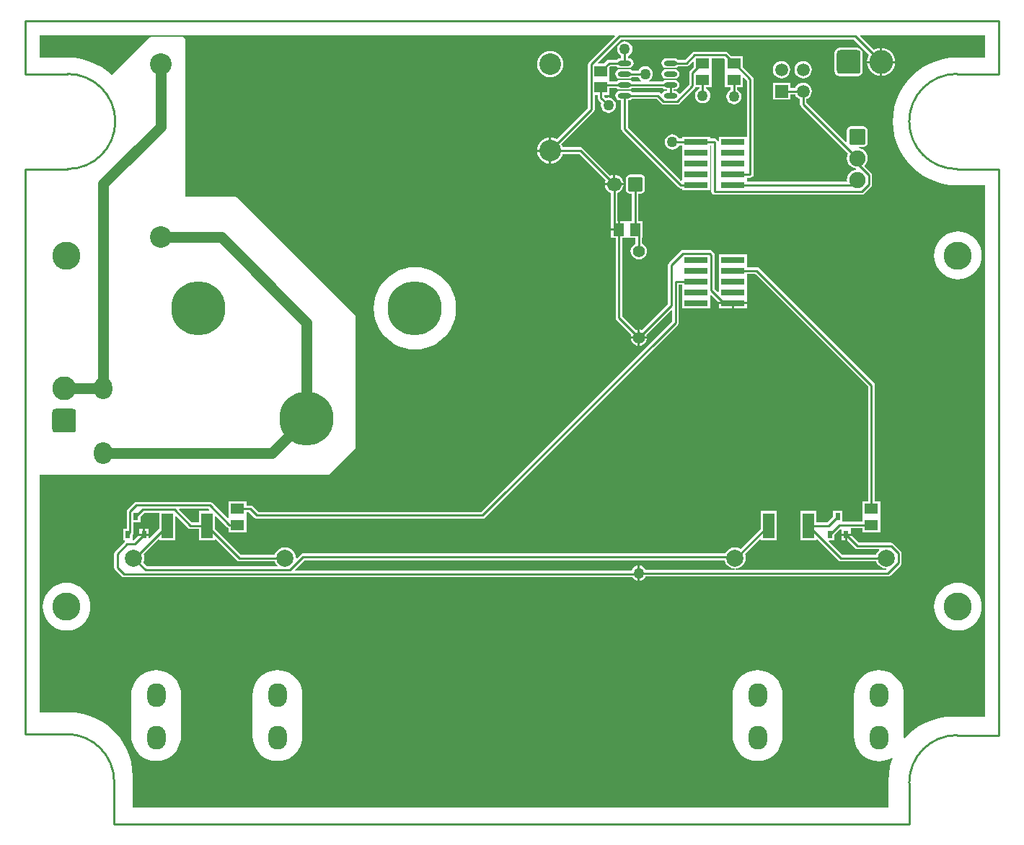
<source format=gtl>
%FSLAX24Y24*%
%MOIN*%
G70*
G01*
G75*
G04 Layer_Physical_Order=1*
G04 Layer_Color=255*
%ADD10R,0.0236X0.0335*%
%ADD11R,0.1100X0.0290*%
%ADD12R,0.0591X0.0512*%
%ADD13R,0.0630X0.0512*%
%ADD14R,0.0512X0.0591*%
%ADD15O,0.0630X0.0236*%
%ADD16R,0.0550X0.1181*%
%ADD17C,0.0100*%
%ADD18C,0.0500*%
%ADD19C,0.0787*%
%ADD20O,0.0866X0.1102*%
%ADD21C,0.0669*%
G04:AMPARAMS|DCode=22|XSize=66.9mil|YSize=66.9mil|CornerRadius=8.4mil|HoleSize=0mil|Usage=FLASHONLY|Rotation=180.000|XOffset=0mil|YOffset=0mil|HoleType=Round|Shape=RoundedRectangle|*
%AMROUNDEDRECTD22*
21,1,0.0669,0.0502,0,0,180.0*
21,1,0.0502,0.0669,0,0,180.0*
1,1,0.0167,-0.0251,0.0251*
1,1,0.0167,0.0251,0.0251*
1,1,0.0167,0.0251,-0.0251*
1,1,0.0167,-0.0251,-0.0251*
%
%ADD22ROUNDEDRECTD22*%
%ADD23C,0.1000*%
%ADD24C,0.2500*%
G04:AMPARAMS|DCode=25|XSize=75mil|YSize=75mil|CornerRadius=9.4mil|HoleSize=0mil|Usage=FLASHONLY|Rotation=0.000|XOffset=0mil|YOffset=0mil|HoleType=Round|Shape=RoundedRectangle|*
%AMROUNDEDRECTD25*
21,1,0.0750,0.0563,0,0,0.0*
21,1,0.0563,0.0750,0,0,0.0*
1,1,0.0188,0.0281,-0.0281*
1,1,0.0188,-0.0281,-0.0281*
1,1,0.0188,-0.0281,0.0281*
1,1,0.0188,0.0281,0.0281*
%
%ADD25ROUNDEDRECTD25*%
%ADD26C,0.0750*%
G04:AMPARAMS|DCode=27|XSize=110mil|YSize=110mil|CornerRadius=13.8mil|HoleSize=0mil|Usage=FLASHONLY|Rotation=90.000|XOffset=0mil|YOffset=0mil|HoleType=Round|Shape=RoundedRectangle|*
%AMROUNDEDRECTD27*
21,1,0.1100,0.0825,0,0,90.0*
21,1,0.0825,0.1100,0,0,90.0*
1,1,0.0275,0.0413,0.0413*
1,1,0.0275,0.0413,-0.0413*
1,1,0.0275,-0.0413,-0.0413*
1,1,0.0275,-0.0413,0.0413*
%
%ADD27ROUNDEDRECTD27*%
%ADD28C,0.1100*%
%ADD29O,0.0850X0.1000*%
G04:AMPARAMS|DCode=30|XSize=110mil|YSize=110mil|CornerRadius=13.8mil|HoleSize=0mil|Usage=FLASHONLY|Rotation=180.000|XOffset=0mil|YOffset=0mil|HoleType=Round|Shape=RoundedRectangle|*
%AMROUNDEDRECTD30*
21,1,0.1100,0.0825,0,0,180.0*
21,1,0.0825,0.1100,0,0,180.0*
1,1,0.0275,-0.0413,0.0413*
1,1,0.0275,0.0413,0.0413*
1,1,0.0275,0.0413,-0.0413*
1,1,0.0275,-0.0413,-0.0413*
%
%ADD30ROUNDEDRECTD30*%
%ADD31C,0.1300*%
%ADD32C,0.0551*%
%ADD33C,0.0591*%
%ADD34R,0.0591X0.0591*%
%ADD35C,0.0500*%
G36*
X32285Y35473D02*
Y34918D01*
X32285Y34918D01*
X32285Y34882D01*
X32285D01*
Y34170D01*
X32547D01*
Y34065D01*
X32523Y34056D01*
X32450Y34000D01*
X32394Y33927D01*
X32359Y33841D01*
X32347Y33750D01*
X32359Y33659D01*
X32394Y33573D01*
X32450Y33500D01*
X32523Y33444D01*
X32609Y33409D01*
X32700Y33397D01*
X32791Y33409D01*
X32877Y33444D01*
X32950Y33500D01*
X33006Y33573D01*
X33041Y33659D01*
X33053Y33750D01*
X33041Y33841D01*
X33006Y33927D01*
X32950Y34000D01*
X32877Y34056D01*
X32853Y34065D01*
Y34170D01*
X33115D01*
Y34612D01*
X33161Y34632D01*
X33297Y34496D01*
Y31895D01*
X32000D01*
Y31689D01*
X31950Y31684D01*
X31946Y31704D01*
X31913Y31753D01*
X31908Y31758D01*
X31859Y31791D01*
X31800Y31803D01*
X31600D01*
Y31895D01*
X30300D01*
Y31803D01*
X30165D01*
X30156Y31827D01*
X30100Y31900D01*
X30027Y31956D01*
X29941Y31991D01*
X29850Y32003D01*
X29759Y31991D01*
X29673Y31956D01*
X29600Y31900D01*
X29544Y31827D01*
X29509Y31741D01*
X29497Y31650D01*
X29509Y31559D01*
X29544Y31473D01*
X29600Y31400D01*
X29673Y31344D01*
X29759Y31309D01*
X29850Y31297D01*
X29941Y31309D01*
X30027Y31344D01*
X30100Y31400D01*
X30156Y31473D01*
X30165Y31497D01*
X30300D01*
Y31430D01*
X30300Y31430D01*
X30300D01*
X30300Y31405D01*
Y31400D01*
Y31395D01*
X30300Y31370D01*
X30300Y31370D01*
X30300D01*
Y30930D01*
X30300Y30930D01*
X30300D01*
X30300Y30905D01*
Y30900D01*
Y30895D01*
X30300Y30870D01*
X30300Y30870D01*
X30300D01*
Y30430D01*
X30300Y30430D01*
X30300D01*
X30300Y30405D01*
Y30400D01*
Y30395D01*
X30300Y30370D01*
X30300Y30370D01*
X30300D01*
Y29930D01*
X30300Y29930D01*
X30300D01*
X30300Y29905D01*
Y29900D01*
Y29895D01*
Y29882D01*
X30254Y29862D01*
X27790Y32326D01*
Y33578D01*
X27834D01*
X27919Y33595D01*
X27991Y33643D01*
X27994Y33647D01*
X29124D01*
X29347Y33424D01*
X29397Y33391D01*
X29455Y33379D01*
X30071D01*
X30129Y33391D01*
X30179Y33424D01*
X30179Y33424D01*
X30179Y33424D01*
X30893Y34138D01*
X30915Y34170D01*
X31097D01*
Y34115D01*
X31073Y34106D01*
X31000Y34050D01*
X30944Y33977D01*
X30909Y33891D01*
X30897Y33800D01*
X30909Y33709D01*
X30944Y33623D01*
X31000Y33550D01*
X31073Y33494D01*
X31159Y33459D01*
X31250Y33447D01*
X31341Y33459D01*
X31427Y33494D01*
X31500Y33550D01*
X31556Y33623D01*
X31591Y33709D01*
X31603Y33800D01*
X31591Y33891D01*
X31556Y33977D01*
X31500Y34050D01*
X31427Y34106D01*
X31403Y34115D01*
Y34170D01*
X31665D01*
Y34882D01*
D01*
Y34882D01*
X31665Y34882D01*
Y34918D01*
X31665D01*
Y35527D01*
X32231D01*
X32285Y35473D01*
D02*
G37*
G36*
X44297Y35588D02*
X44262Y35553D01*
X43000Y35553D01*
X43000Y35555D01*
X43000Y35555D01*
D01*
X42669Y35537D01*
X42342Y35481D01*
X42024Y35389D01*
X41718Y35262D01*
X41428Y35102D01*
X41158Y34910D01*
X40910Y34690D01*
X40690Y34442D01*
X40498Y34172D01*
X40338Y33882D01*
X40211Y33576D01*
X40119Y33258D01*
X40063Y32931D01*
X40045Y32600D01*
X40063Y32269D01*
X40119Y31942D01*
X40211Y31624D01*
X40338Y31318D01*
X40498Y31028D01*
X40690Y30758D01*
X40910Y30510D01*
X41158Y30290D01*
X41428Y30098D01*
X41718Y29938D01*
X42024Y29811D01*
X42342Y29719D01*
X42669Y29663D01*
X43000Y29645D01*
Y29647D01*
X43002Y29647D01*
X44297D01*
Y5053D01*
X42800D01*
Y5055D01*
X42470Y5037D01*
X42143Y4981D01*
X41824Y4889D01*
X41518Y4762D01*
X41228Y4602D01*
X40958Y4410D01*
X40711Y4190D01*
X40594Y4059D01*
X40548Y4078D01*
X40554Y4150D01*
X40553D01*
Y6050D01*
X40554D01*
X40539Y6230D01*
X40497Y6406D01*
X40428Y6574D01*
X40333Y6728D01*
X40216Y6866D01*
X40078Y6983D01*
X39924Y7078D01*
X39756Y7147D01*
X39580Y7189D01*
X39400Y7204D01*
X39220Y7189D01*
X39044Y7147D01*
X38876Y7078D01*
X38722Y6983D01*
X38584Y6866D01*
X38467Y6728D01*
X38372Y6574D01*
X38303Y6406D01*
X38261Y6230D01*
X38246Y6050D01*
X38247D01*
Y4150D01*
X38246D01*
X38261Y3970D01*
X38303Y3794D01*
X38372Y3626D01*
X38467Y3472D01*
X38584Y3334D01*
X38722Y3217D01*
X38876Y3122D01*
X39044Y3053D01*
X39220Y3011D01*
X39400Y2996D01*
X39580Y3011D01*
X39756Y3053D01*
X39924Y3122D01*
X39998Y3167D01*
X40036Y3135D01*
X40011Y3076D01*
X39919Y2758D01*
X39864Y2431D01*
X39845Y2100D01*
X39847D01*
Y853D01*
X4903D01*
Y2300D01*
X4905D01*
X4886Y2631D01*
X4831Y2958D01*
X4739Y3276D01*
X4612Y3582D01*
X4452Y3872D01*
X4260Y4142D01*
X4039Y4390D01*
X3792Y4610D01*
X3522Y4802D01*
X3232Y4962D01*
X2926Y5089D01*
X2607Y5181D01*
X2280Y5237D01*
X1950Y5255D01*
Y5253D01*
X603D01*
Y16247D01*
X13900D01*
X13959Y16259D01*
X14008Y16292D01*
X14008Y16292D01*
X14008Y16292D01*
X15158Y17442D01*
X15191Y17491D01*
X15203Y17550D01*
Y23550D01*
X15191Y23609D01*
X15158Y23658D01*
X9758Y29058D01*
X9709Y29091D01*
X9650Y29103D01*
X7353D01*
Y36350D01*
X7341Y36409D01*
X7308Y36458D01*
X7259Y36491D01*
X7200Y36503D01*
X5750D01*
X5701Y36493D01*
X5691Y36491D01*
X5642Y36458D01*
X3931Y34747D01*
X3745Y34913D01*
X3474Y35105D01*
X3326Y35187D01*
X3326Y35188D01*
X3312Y35197D01*
X3294Y35201D01*
X3182Y35262D01*
X2876Y35389D01*
X2558Y35481D01*
X2231Y35537D01*
X1900Y35555D01*
Y35553D01*
X603D01*
Y36597D01*
X27178D01*
X27197Y36551D01*
X25997Y35350D01*
X25963Y35301D01*
X25952Y35242D01*
Y33218D01*
X24502Y31769D01*
X24431Y31807D01*
X24318Y31841D01*
X24250Y31848D01*
Y31250D01*
Y30652D01*
X24318Y30659D01*
X24431Y30693D01*
X24535Y30749D01*
X24626Y30824D01*
X24701Y30915D01*
X24757Y31019D01*
X24781Y31097D01*
X25545D01*
X26762Y29880D01*
X26734Y29813D01*
X26726Y29750D01*
X27108D01*
Y30132D01*
X27044Y30123D01*
X26978Y30096D01*
X25716Y31358D01*
X25666Y31391D01*
X25608Y31403D01*
X24781D01*
X24757Y31481D01*
X24719Y31552D01*
X26213Y33047D01*
X26246Y33096D01*
X26258Y33155D01*
X26258Y33155D01*
X26258Y33155D01*
Y33155D01*
Y33820D01*
X26397D01*
Y33700D01*
X26397Y33700D01*
X26397D01*
X26409Y33641D01*
X26442Y33592D01*
X26569Y33465D01*
X26559Y33441D01*
X26547Y33350D01*
X26559Y33259D01*
X26594Y33173D01*
X26650Y33100D01*
X26723Y33044D01*
X26809Y33009D01*
X26900Y32997D01*
X26991Y33009D01*
X27077Y33044D01*
X27150Y33100D01*
X27206Y33173D01*
X27241Y33259D01*
X27253Y33350D01*
X27241Y33441D01*
X27206Y33527D01*
X27150Y33600D01*
X27077Y33656D01*
X26991Y33691D01*
X26900Y33703D01*
X26809Y33691D01*
X26785Y33681D01*
X26703Y33763D01*
Y33820D01*
X26945D01*
Y34147D01*
X27280D01*
X27283Y34143D01*
X27355Y34095D01*
X27440Y34078D01*
X27834D01*
X27919Y34095D01*
X27991Y34143D01*
X27994Y34147D01*
X29406D01*
X29409Y34143D01*
X29481Y34095D01*
X29566Y34078D01*
X29610D01*
Y34022D01*
X29566D01*
X29481Y34005D01*
X29409Y33957D01*
X29366Y33892D01*
X29316Y33887D01*
X29295Y33908D01*
X29246Y33941D01*
X29187Y33953D01*
X27994D01*
X27991Y33957D01*
X27919Y34005D01*
X27834Y34022D01*
X27440D01*
X27355Y34005D01*
X27283Y33957D01*
X27235Y33885D01*
X27218Y33800D01*
X27235Y33715D01*
X27283Y33643D01*
X27355Y33595D01*
X27440Y33578D01*
X27484D01*
Y32263D01*
X27496Y32204D01*
X27529Y32155D01*
X30142Y29542D01*
X30191Y29509D01*
X30250Y29497D01*
X30300D01*
Y29405D01*
X31600D01*
Y29870D01*
X31600Y29870D01*
D01*
D01*
X31600Y29895D01*
Y29896D01*
Y29900D01*
X31600Y29905D01*
X31600Y29930D01*
X31600Y29930D01*
X31600D01*
Y30370D01*
X31600Y30370D01*
D01*
D01*
X31600Y30395D01*
Y30396D01*
Y30400D01*
X31600Y30405D01*
X31600Y30430D01*
X31600Y30430D01*
X31600D01*
Y30870D01*
X31600Y30870D01*
D01*
D01*
X31600Y30895D01*
Y30896D01*
Y30900D01*
X31600Y30905D01*
X31600Y30930D01*
X31600Y30930D01*
X31600D01*
Y31370D01*
X31600Y31370D01*
D01*
D01*
X31600Y31395D01*
Y31396D01*
Y31400D01*
X31600Y31405D01*
X31600Y31430D01*
X31600Y31430D01*
X31600D01*
Y31497D01*
X31652D01*
Y29355D01*
X31664Y29296D01*
X31697Y29247D01*
X31746Y29214D01*
X31805Y29202D01*
X38597D01*
X38656Y29214D01*
X38706Y29247D01*
X38706Y29247D01*
X38706Y29247D01*
X39033Y29574D01*
X39066Y29624D01*
X39078Y29683D01*
Y30117D01*
X39066Y30176D01*
X39033Y30226D01*
X38736Y30523D01*
X38739Y30561D01*
X38815Y30660D01*
X38863Y30776D01*
X38879Y30900D01*
X38863Y31024D01*
X38815Y31140D01*
X38739Y31239D01*
X38640Y31315D01*
X38524Y31363D01*
X38459Y31371D01*
X38462Y31421D01*
X38681D01*
X38757Y31436D01*
X38821Y31479D01*
X38864Y31543D01*
X38879Y31619D01*
Y32181D01*
X38864Y32257D01*
X38821Y32321D01*
X38757Y32364D01*
X38681Y32379D01*
X38119D01*
X38043Y32364D01*
X37979Y32321D01*
X37936Y32257D01*
X37921Y32181D01*
Y31660D01*
X37875Y31641D01*
X36053Y33463D01*
Y33636D01*
X36099Y33655D01*
X36182Y33718D01*
X36245Y33801D01*
X36285Y33897D01*
X36299Y34000D01*
X36285Y34103D01*
X36245Y34199D01*
X36182Y34282D01*
X36099Y34345D01*
X36003Y34385D01*
X35900Y34399D01*
X35797Y34385D01*
X35701Y34345D01*
X35618Y34282D01*
X35555Y34199D01*
X35536Y34153D01*
X35295D01*
Y34395D01*
X34505D01*
Y33605D01*
X35295D01*
Y33847D01*
X35536D01*
X35555Y33801D01*
X35618Y33718D01*
X35701Y33655D01*
X35747Y33636D01*
Y33400D01*
X35759Y33341D01*
X35792Y33292D01*
X37973Y31111D01*
X37937Y31024D01*
X37921Y30900D01*
X37937Y30776D01*
X37985Y30660D01*
X38061Y30561D01*
X38160Y30485D01*
X38276Y30437D01*
X38348Y30428D01*
X38364Y30380D01*
X38357Y30373D01*
X38276Y30363D01*
X38160Y30315D01*
X38061Y30239D01*
X37985Y30140D01*
X37937Y30024D01*
X37921Y29900D01*
X37929Y29841D01*
X37896Y29803D01*
X33300D01*
Y29870D01*
X33300Y29870D01*
D01*
D01*
X33300Y29895D01*
Y29896D01*
Y29900D01*
X33300Y29905D01*
X33300Y29930D01*
X33300Y29930D01*
X33300D01*
Y29997D01*
X33450D01*
X33509Y30009D01*
X33558Y30042D01*
X33591Y30091D01*
X33603Y30150D01*
Y34559D01*
X33591Y34618D01*
X33558Y34667D01*
X33115Y35110D01*
Y35630D01*
X32560D01*
X32402Y35788D01*
X32353Y35821D01*
X32294Y35833D01*
X30873D01*
X30814Y35821D01*
X30765Y35788D01*
X30430Y35453D01*
X30120D01*
X30117Y35457D01*
X30045Y35505D01*
X29960Y35522D01*
X29566D01*
X29481Y35505D01*
X29409Y35457D01*
X29361Y35385D01*
X29344Y35300D01*
X29361Y35215D01*
X29409Y35143D01*
X29481Y35095D01*
X29566Y35078D01*
X29960D01*
X30045Y35095D01*
X30117Y35143D01*
X30120Y35147D01*
X30493D01*
X30552Y35159D01*
X30601Y35192D01*
X30789Y35380D01*
X30835Y35360D01*
Y35110D01*
X30677Y34952D01*
X30644Y34903D01*
X30632Y34844D01*
Y34309D01*
X30210Y33887D01*
X30160Y33892D01*
X30117Y33957D01*
X30045Y34005D01*
X29960Y34022D01*
X29916D01*
Y34078D01*
X29960D01*
X30045Y34095D01*
X30117Y34143D01*
X30165Y34215D01*
X30182Y34300D01*
X30165Y34385D01*
X30117Y34457D01*
X30045Y34505D01*
X29960Y34522D01*
X29566D01*
X29481Y34505D01*
X29409Y34457D01*
X29406Y34453D01*
X28800D01*
X28784Y34500D01*
X28850Y34550D01*
X28906Y34623D01*
X28941Y34709D01*
X28953Y34800D01*
X28941Y34891D01*
X28906Y34977D01*
X28850Y35050D01*
X28777Y35106D01*
X28691Y35141D01*
X28600Y35153D01*
X28509Y35141D01*
X28423Y35106D01*
X28350Y35050D01*
X28294Y34977D01*
X28285Y34953D01*
X27994D01*
X27991Y34957D01*
X27919Y35005D01*
X27834Y35022D01*
X27440D01*
X27355Y35005D01*
X27283Y34957D01*
X27235Y34885D01*
X27218Y34800D01*
X27235Y34715D01*
X27283Y34643D01*
X27355Y34595D01*
X27440Y34578D01*
X27834D01*
X27919Y34595D01*
X27991Y34643D01*
X27994Y34647D01*
X28285D01*
X28294Y34623D01*
X28350Y34550D01*
X28416Y34500D01*
X28400Y34453D01*
X27994D01*
X27991Y34457D01*
X27919Y34505D01*
X27834Y34522D01*
X27440D01*
X27355Y34505D01*
X27283Y34457D01*
X27280Y34453D01*
X26945D01*
Y34532D01*
D01*
Y34532D01*
X26945Y34532D01*
Y34568D01*
X26945D01*
Y35103D01*
X26989Y35147D01*
X27280D01*
X27283Y35143D01*
X27355Y35095D01*
X27440Y35078D01*
X27834D01*
X27919Y35095D01*
X27991Y35143D01*
X28039Y35215D01*
X28056Y35300D01*
X28039Y35385D01*
X27991Y35457D01*
X27919Y35505D01*
X27834Y35522D01*
X27790D01*
Y35629D01*
X27827Y35644D01*
X27900Y35700D01*
X27956Y35773D01*
X27991Y35859D01*
X28003Y35950D01*
X27991Y36041D01*
X27956Y36127D01*
X27900Y36200D01*
X27827Y36256D01*
X27741Y36291D01*
X27650Y36303D01*
X27559Y36291D01*
X27473Y36256D01*
X27400Y36200D01*
X27344Y36127D01*
X27309Y36041D01*
X27297Y35950D01*
X27309Y35859D01*
X27344Y35773D01*
X27400Y35700D01*
X27473Y35644D01*
X27484Y35640D01*
Y35522D01*
X27440D01*
X27355Y35505D01*
X27283Y35457D01*
X27280Y35453D01*
X26926D01*
X26867Y35441D01*
X26818Y35408D01*
X26690Y35280D01*
X26424D01*
X26405Y35326D01*
X27476Y36397D01*
X38237D01*
X38944Y35689D01*
X38897Y35600D01*
X38859Y35477D01*
X38852Y35400D01*
X39450D01*
Y35998D01*
X39373Y35991D01*
X39250Y35953D01*
X39161Y35906D01*
X38515Y36551D01*
X38535Y36597D01*
X44297D01*
Y35588D01*
D02*
G37*
%LPC*%
G36*
X11600Y7215D02*
X11419Y7201D01*
X11243Y7159D01*
X11076Y7089D01*
X10922Y6995D01*
X10784Y6877D01*
X10666Y6739D01*
X10572Y6585D01*
X10503Y6418D01*
X10460Y6242D01*
X10446Y6061D01*
X10447D01*
Y4161D01*
X10446D01*
X10460Y3981D01*
X10503Y3805D01*
X10572Y3638D01*
X10666Y3483D01*
X10784Y3346D01*
X10922Y3228D01*
X11076Y3134D01*
X11243Y3064D01*
X11419Y3022D01*
X11600Y3008D01*
X11780Y3022D01*
X11956Y3064D01*
X12123Y3134D01*
X12278Y3228D01*
X12415Y3346D01*
X12533Y3483D01*
X12627Y3638D01*
X12697Y3805D01*
X12739Y3981D01*
X12753Y4161D01*
X12753D01*
Y6061D01*
X12753D01*
X12739Y6242D01*
X12697Y6418D01*
X12627Y6585D01*
X12533Y6739D01*
X12415Y6877D01*
X12278Y6995D01*
X12123Y7089D01*
X11956Y7159D01*
X11780Y7201D01*
X11600Y7215D01*
D02*
G37*
G36*
X33789D02*
X33609Y7201D01*
X33433Y7159D01*
X33266Y7089D01*
X33111Y6995D01*
X32974Y6877D01*
X32856Y6739D01*
X32762Y6585D01*
X32692Y6418D01*
X32650Y6242D01*
X32636Y6061D01*
X32636D01*
Y4161D01*
X32636D01*
X32650Y3981D01*
X32692Y3805D01*
X32762Y3638D01*
X32856Y3483D01*
X32974Y3346D01*
X33111Y3228D01*
X33266Y3134D01*
X33433Y3064D01*
X33609Y3022D01*
X33789Y3008D01*
X33970Y3022D01*
X34146Y3064D01*
X34313Y3134D01*
X34467Y3228D01*
X34605Y3346D01*
X34723Y3483D01*
X34817Y3638D01*
X34886Y3805D01*
X34929Y3981D01*
X34943Y4161D01*
X34942D01*
Y6061D01*
X34943D01*
X34929Y6242D01*
X34886Y6418D01*
X34817Y6585D01*
X34723Y6739D01*
X34605Y6877D01*
X34467Y6995D01*
X34313Y7089D01*
X34146Y7159D01*
X33970Y7201D01*
X33789Y7215D01*
D02*
G37*
G36*
X28672Y22550D02*
X28350D01*
Y22228D01*
X28398Y22234D01*
X28489Y22272D01*
X28568Y22332D01*
X28628Y22411D01*
X28666Y22502D01*
X28672Y22550D01*
D02*
G37*
G36*
X27590Y29650D02*
X26726D01*
X26734Y29587D01*
X26778Y29481D01*
X26848Y29390D01*
X26939Y29320D01*
X27005Y29293D01*
Y27818D01*
X27017Y27760D01*
X27020Y27754D01*
Y27650D01*
X27326D01*
Y27995D01*
X27311D01*
Y29293D01*
X27377Y29320D01*
X27468Y29390D01*
X27538Y29481D01*
X27581Y29587D01*
X27590Y29650D01*
D02*
G37*
G36*
X43050Y27503D02*
X42877Y27490D01*
X42709Y27449D01*
X42549Y27383D01*
X42401Y27293D01*
X42270Y27180D01*
X42157Y27049D01*
X42067Y26901D01*
X42001Y26741D01*
X41960Y26573D01*
X41947Y26400D01*
X41960Y26227D01*
X42001Y26059D01*
X42067Y25899D01*
X42157Y25751D01*
X42270Y25620D01*
X42401Y25507D01*
X42549Y25417D01*
X42709Y25351D01*
X42877Y25310D01*
X43050Y25297D01*
X43223Y25310D01*
X43391Y25351D01*
X43551Y25417D01*
X43699Y25507D01*
X43830Y25620D01*
X43943Y25751D01*
X44033Y25899D01*
X44099Y26059D01*
X44140Y26227D01*
X44153Y26400D01*
X44140Y26573D01*
X44099Y26741D01*
X44033Y26901D01*
X43943Y27049D01*
X43830Y27180D01*
X43699Y27293D01*
X43551Y27383D01*
X43391Y27449D01*
X43223Y27490D01*
X43050Y27503D01*
D02*
G37*
G36*
X5989Y7215D02*
X5809Y7201D01*
X5633Y7159D01*
X5466Y7089D01*
X5311Y6995D01*
X5174Y6877D01*
X5056Y6739D01*
X4962Y6585D01*
X4892Y6418D01*
X4850Y6242D01*
X4836Y6061D01*
X4836D01*
Y4161D01*
X4836D01*
X4850Y3981D01*
X4892Y3805D01*
X4962Y3638D01*
X5056Y3483D01*
X5174Y3346D01*
X5311Y3228D01*
X5466Y3134D01*
X5633Y3064D01*
X5809Y3022D01*
X5989Y3008D01*
X6170Y3022D01*
X6346Y3064D01*
X6513Y3134D01*
X6667Y3228D01*
X6805Y3346D01*
X6923Y3483D01*
X7017Y3638D01*
X7086Y3805D01*
X7129Y3981D01*
X7143Y4161D01*
X7142D01*
Y6061D01*
X7143D01*
X7129Y6242D01*
X7086Y6418D01*
X7017Y6585D01*
X6923Y6739D01*
X6805Y6877D01*
X6667Y6995D01*
X6513Y7089D01*
X6346Y7159D01*
X6170Y7201D01*
X5989Y7215D01*
D02*
G37*
G36*
X1850Y11253D02*
X1677Y11240D01*
X1509Y11199D01*
X1349Y11133D01*
X1201Y11043D01*
X1070Y10930D01*
X957Y10799D01*
X867Y10651D01*
X801Y10491D01*
X760Y10323D01*
X747Y10150D01*
X760Y9977D01*
X801Y9809D01*
X867Y9649D01*
X957Y9501D01*
X1070Y9370D01*
X1201Y9257D01*
X1349Y9167D01*
X1509Y9101D01*
X1677Y9060D01*
X1850Y9047D01*
X2023Y9060D01*
X2191Y9101D01*
X2351Y9167D01*
X2499Y9257D01*
X2630Y9370D01*
X2743Y9501D01*
X2833Y9649D01*
X2899Y9809D01*
X2940Y9977D01*
X2953Y10150D01*
X2940Y10323D01*
X2899Y10491D01*
X2833Y10651D01*
X2743Y10799D01*
X2630Y10930D01*
X2499Y11043D01*
X2351Y11133D01*
X2191Y11199D01*
X2023Y11240D01*
X1850Y11253D01*
D02*
G37*
G36*
X43050D02*
X42877Y11240D01*
X42709Y11199D01*
X42549Y11133D01*
X42401Y11043D01*
X42270Y10930D01*
X42157Y10799D01*
X42067Y10651D01*
X42001Y10491D01*
X41960Y10323D01*
X41947Y10150D01*
X41960Y9977D01*
X42001Y9809D01*
X42067Y9649D01*
X42157Y9501D01*
X42270Y9370D01*
X42401Y9257D01*
X42549Y9167D01*
X42709Y9101D01*
X42877Y9060D01*
X43050Y9047D01*
X43223Y9060D01*
X43391Y9101D01*
X43551Y9167D01*
X43699Y9257D01*
X43830Y9370D01*
X43943Y9501D01*
X44033Y9649D01*
X44099Y9809D01*
X44140Y9977D01*
X44153Y10150D01*
X44140Y10323D01*
X44099Y10491D01*
X44033Y10651D01*
X43943Y10799D01*
X43830Y10930D01*
X43699Y11043D01*
X43551Y11133D01*
X43391Y11199D01*
X43223Y11240D01*
X43050Y11253D01*
D02*
G37*
G36*
X37824Y13427D02*
X37656D01*
Y13209D01*
X37824D01*
Y13427D01*
D02*
G37*
G36*
X28250Y22550D02*
X27928D01*
X27934Y22502D01*
X27972Y22411D01*
X28032Y22332D01*
X28111Y22272D01*
X28202Y22234D01*
X28250Y22228D01*
Y22550D01*
D02*
G37*
G36*
X17950Y25854D02*
X17701Y25838D01*
X17457Y25789D01*
X17221Y25709D01*
X16998Y25599D01*
X16791Y25461D01*
X16604Y25296D01*
X16439Y25109D01*
X16301Y24902D01*
X16191Y24679D01*
X16111Y24443D01*
X16062Y24199D01*
X16046Y23950D01*
X16062Y23701D01*
X16111Y23457D01*
X16191Y23221D01*
X16301Y22998D01*
X16439Y22791D01*
X16604Y22604D01*
X16791Y22439D01*
X16998Y22301D01*
X17221Y22191D01*
X17457Y22111D01*
X17701Y22062D01*
X17950Y22046D01*
X18199Y22062D01*
X18443Y22111D01*
X18679Y22191D01*
X18902Y22301D01*
X19109Y22439D01*
X19296Y22604D01*
X19461Y22791D01*
X19599Y22998D01*
X19709Y23221D01*
X19789Y23457D01*
X19838Y23701D01*
X19854Y23950D01*
X19838Y24199D01*
X19789Y24443D01*
X19709Y24679D01*
X19599Y24902D01*
X19461Y25109D01*
X19296Y25296D01*
X19109Y25461D01*
X18902Y25599D01*
X18679Y25709D01*
X18443Y25789D01*
X18199Y25838D01*
X17950Y25854D01*
D02*
G37*
G36*
X31562Y26648D02*
X30338D01*
X30279Y26636D01*
X30230Y26603D01*
X29692Y26065D01*
X29659Y26016D01*
X29647Y25957D01*
Y24163D01*
X28435Y22951D01*
X28398Y22966D01*
X28350Y22972D01*
Y22650D01*
X28672D01*
X28666Y22698D01*
X28651Y22735D01*
X29801Y23885D01*
X29847Y23865D01*
Y23363D01*
X21011Y14527D01*
X10713D01*
X10458Y14782D01*
X10409Y14815D01*
X10350Y14827D01*
X10165D01*
Y15030D01*
X9335D01*
Y14318D01*
X9335Y14318D01*
X9335Y14282D01*
X9335D01*
Y14255D01*
X9289Y14236D01*
X8576Y14949D01*
X8526Y14982D01*
X8468Y14993D01*
X5070D01*
X5021Y14984D01*
X5011Y14982D01*
X4962Y14949D01*
X4674Y14661D01*
X4641Y14611D01*
X4629Y14553D01*
Y13744D01*
X4458D01*
Y13209D01*
X4533D01*
X4547Y13162D01*
X4542Y13158D01*
X4092Y12708D01*
X4059Y12659D01*
X4047Y12600D01*
Y11950D01*
X4059Y11891D01*
X4092Y11842D01*
X4386Y11548D01*
X4435Y11515D01*
X4494Y11503D01*
X28010D01*
X28050Y11450D01*
X28123Y11394D01*
X28209Y11359D01*
X28250Y11354D01*
Y11700D01*
Y12046D01*
X28209Y12041D01*
X28123Y12006D01*
X28050Y11950D01*
X27994Y11877D01*
X27966Y11809D01*
X12410D01*
X12391Y11855D01*
X12832Y12297D01*
X32266D01*
X32269Y12271D01*
X32319Y12151D01*
X32398Y12048D01*
X32501Y11969D01*
X32621Y11919D01*
X32744Y11903D01*
X32741Y11853D01*
X28615D01*
X28606Y11877D01*
X28550Y11950D01*
X28477Y12006D01*
X28391Y12041D01*
X28350Y12046D01*
Y11700D01*
Y11354D01*
X28391Y11359D01*
X28477Y11394D01*
X28550Y11450D01*
X28606Y11523D01*
X28615Y11547D01*
X39819D01*
X39877Y11559D01*
X39927Y11592D01*
X39927Y11592D01*
X39927Y11592D01*
X40402Y12067D01*
X40435Y12116D01*
X40447Y12175D01*
X40447Y12175D01*
X40447Y12175D01*
Y12175D01*
Y12625D01*
X40435Y12684D01*
X40402Y12733D01*
X40069Y13066D01*
X40019Y13099D01*
X39961Y13111D01*
X38456D01*
X38140Y13427D01*
X37924D01*
Y13209D01*
X37925D01*
X38284Y12850D01*
X38334Y12817D01*
X38393Y12805D01*
X39389D01*
X39405Y12758D01*
X39398Y12752D01*
X39319Y12649D01*
X39279Y12553D01*
X37694D01*
X37084Y13163D01*
X37103Y13209D01*
X37344D01*
Y13479D01*
X37610Y13744D01*
X37656Y13725D01*
Y13527D01*
X38092D01*
Y13744D01*
D01*
Y13744D01*
X38121Y13773D01*
X38635D01*
Y13570D01*
X39465D01*
Y14282D01*
D01*
Y14282D01*
X39465Y14282D01*
Y14318D01*
X39465D01*
Y15030D01*
X39203D01*
Y20400D01*
X39191Y20459D01*
X39158Y20508D01*
X33858Y25808D01*
X33809Y25841D01*
X33750Y25853D01*
X33300D01*
Y25920D01*
X33300Y25920D01*
D01*
D01*
X33300Y25945D01*
Y25946D01*
Y25950D01*
X33300Y25955D01*
X33300Y25980D01*
X33300Y25980D01*
X33300D01*
Y26445D01*
X32000D01*
Y25980D01*
X32000Y25980D01*
X32000D01*
X32000Y25955D01*
Y25950D01*
Y25945D01*
X32000Y25920D01*
X32000Y25920D01*
X32000D01*
Y25480D01*
X32000Y25480D01*
X32000D01*
X32000Y25455D01*
Y25450D01*
Y25445D01*
X32000Y25420D01*
X32000Y25420D01*
X32000D01*
Y24980D01*
X32000Y24980D01*
X32000D01*
X32000Y24955D01*
Y24950D01*
Y24945D01*
X32000Y24920D01*
X32000Y24920D01*
X32000D01*
Y24724D01*
X31954Y24705D01*
X31803Y24856D01*
Y26407D01*
X31791Y26466D01*
X31758Y26515D01*
X31670Y26603D01*
X31621Y26636D01*
X31562Y26648D01*
D02*
G37*
G36*
X38412Y36005D02*
X37587D01*
X37495Y35986D01*
X37416Y35934D01*
X37364Y35855D01*
X37345Y35763D01*
Y34938D01*
X37364Y34845D01*
X37416Y34766D01*
X37495Y34714D01*
X37587Y34695D01*
X38412D01*
X38505Y34714D01*
X38584Y34766D01*
X38636Y34845D01*
X38655Y34938D01*
Y35763D01*
X38636Y35855D01*
X38584Y35934D01*
X38505Y35986D01*
X38412Y36005D01*
D02*
G37*
G36*
X24200Y35853D02*
X24082Y35841D01*
X23969Y35807D01*
X23865Y35751D01*
X23774Y35676D01*
X23699Y35585D01*
X23643Y35481D01*
X23609Y35368D01*
X23597Y35250D01*
X23609Y35132D01*
X23643Y35019D01*
X23699Y34915D01*
X23774Y34824D01*
X23865Y34749D01*
X23969Y34693D01*
X24082Y34659D01*
X24200Y34647D01*
X24318Y34659D01*
X24431Y34693D01*
X24535Y34749D01*
X24626Y34824D01*
X24701Y34915D01*
X24757Y35019D01*
X24791Y35132D01*
X24803Y35250D01*
X24791Y35368D01*
X24757Y35481D01*
X24701Y35585D01*
X24626Y35676D01*
X24535Y35751D01*
X24431Y35807D01*
X24318Y35841D01*
X24200Y35853D01*
D02*
G37*
G36*
X35900Y35399D02*
X35797Y35385D01*
X35701Y35345D01*
X35618Y35282D01*
X35555Y35199D01*
X35515Y35103D01*
X35501Y35000D01*
X35515Y34897D01*
X35555Y34801D01*
X35618Y34718D01*
X35701Y34655D01*
X35797Y34615D01*
X35900Y34601D01*
X36003Y34615D01*
X36099Y34655D01*
X36182Y34718D01*
X36245Y34801D01*
X36285Y34897D01*
X36299Y35000D01*
X36285Y35103D01*
X36245Y35199D01*
X36182Y35282D01*
X36099Y35345D01*
X36003Y35385D01*
X35900Y35399D01*
D02*
G37*
G36*
X39550Y35998D02*
Y35400D01*
X40148D01*
X40141Y35477D01*
X40103Y35600D01*
X40043Y35713D01*
X39962Y35812D01*
X39863Y35893D01*
X39750Y35953D01*
X39627Y35991D01*
X39550Y35998D01*
D02*
G37*
G36*
X40148Y35300D02*
X39550D01*
Y34702D01*
X39627Y34709D01*
X39750Y34747D01*
X39863Y34807D01*
X39962Y34888D01*
X40043Y34987D01*
X40103Y35100D01*
X40141Y35223D01*
X40148Y35300D01*
D02*
G37*
G36*
X39450D02*
X38852D01*
X38859Y35223D01*
X38897Y35100D01*
X38957Y34987D01*
X39038Y34888D01*
X39137Y34807D01*
X39250Y34747D01*
X39373Y34709D01*
X39450Y34702D01*
Y35300D01*
D02*
G37*
G36*
X24150Y31200D02*
X23602D01*
X23609Y31132D01*
X23643Y31019D01*
X23699Y30915D01*
X23774Y30824D01*
X23865Y30749D01*
X23969Y30693D01*
X24082Y30659D01*
X24150Y30652D01*
Y31200D01*
D02*
G37*
G36*
X27208Y30132D02*
Y29750D01*
X27590D01*
X27581Y29813D01*
X27538Y29919D01*
X27468Y30010D01*
X27377Y30080D01*
X27271Y30123D01*
X27208Y30132D01*
D02*
G37*
G36*
X28393Y30138D02*
X27891D01*
X27819Y30124D01*
X27759Y30083D01*
X27718Y30023D01*
X27704Y29951D01*
Y29449D01*
X27718Y29377D01*
X27759Y29317D01*
X27819Y29276D01*
X27891Y29262D01*
X27971D01*
Y27995D01*
X27768D01*
D01*
D01*
X27768Y27995D01*
X27732D01*
Y27995D01*
X27426D01*
Y27600D01*
X27376D01*
Y27550D01*
X27020D01*
Y27205D01*
X27223D01*
Y23524D01*
X27223Y23524D01*
X27223D01*
X27235Y23465D01*
X27268Y23416D01*
X27949Y22735D01*
X27934Y22698D01*
X27928Y22650D01*
X28250D01*
Y22972D01*
X28202Y22966D01*
X28165Y22951D01*
X27529Y23587D01*
Y27205D01*
X27732D01*
Y27205D01*
X27732D01*
X27732Y27205D01*
X27768D01*
Y27205D01*
X28147D01*
Y26943D01*
X28111Y26928D01*
X28032Y26868D01*
X27972Y26789D01*
X27934Y26698D01*
X27921Y26600D01*
X27934Y26502D01*
X27972Y26411D01*
X28032Y26332D01*
X28111Y26272D01*
X28202Y26234D01*
X28300Y26221D01*
X28398Y26234D01*
X28489Y26272D01*
X28568Y26332D01*
X28628Y26411D01*
X28666Y26502D01*
X28679Y26600D01*
X28666Y26698D01*
X28628Y26789D01*
X28568Y26868D01*
X28489Y26928D01*
X28453Y26943D01*
Y27205D01*
X28480D01*
Y27995D01*
X28277D01*
Y29262D01*
X28393D01*
X28465Y29276D01*
X28526Y29317D01*
X28566Y29377D01*
X28580Y29449D01*
Y29951D01*
X28566Y30023D01*
X28526Y30083D01*
X28465Y30124D01*
X28393Y30138D01*
D02*
G37*
G36*
X34900Y35399D02*
X34797Y35385D01*
X34701Y35345D01*
X34618Y35282D01*
X34555Y35199D01*
X34515Y35103D01*
X34501Y35000D01*
X34515Y34897D01*
X34555Y34801D01*
X34618Y34718D01*
X34701Y34655D01*
X34797Y34615D01*
X34900Y34601D01*
X35003Y34615D01*
X35099Y34655D01*
X35182Y34718D01*
X35245Y34801D01*
X35285Y34897D01*
X35299Y35000D01*
X35285Y35103D01*
X35245Y35199D01*
X35182Y35282D01*
X35099Y35345D01*
X35003Y35385D01*
X34900Y35399D01*
D02*
G37*
G36*
X29960Y35022D02*
X29566D01*
X29481Y35005D01*
X29409Y34957D01*
X29361Y34885D01*
X29344Y34800D01*
X29361Y34715D01*
X29409Y34643D01*
X29481Y34595D01*
X29566Y34578D01*
X29960D01*
X30045Y34595D01*
X30117Y34643D01*
X30165Y34715D01*
X30182Y34800D01*
X30165Y34885D01*
X30117Y34957D01*
X30045Y35005D01*
X29960Y35022D01*
D02*
G37*
G36*
X24150Y31848D02*
X24082Y31841D01*
X23969Y31807D01*
X23865Y31751D01*
X23774Y31676D01*
X23699Y31585D01*
X23643Y31481D01*
X23609Y31368D01*
X23602Y31300D01*
X24150D01*
Y31848D01*
D02*
G37*
%LPD*%
G36*
X7470Y13792D02*
X7470D01*
X7470Y13792D01*
X7470D01*
X7470Y13792D01*
Y13792D01*
X7470Y13792D01*
Y13792D01*
X7519Y13759D01*
X7578Y13747D01*
X7956D01*
Y13209D01*
X8706D01*
Y13243D01*
X8752Y13263D01*
X9723Y12292D01*
X9772Y12259D01*
X9831Y12247D01*
X11479D01*
X11519Y12151D01*
X11593Y12054D01*
X11571Y12009D01*
X5557D01*
X5391Y12175D01*
X5431Y12271D01*
X5448Y12400D01*
X5431Y12529D01*
X5406Y12590D01*
X6079Y13263D01*
X6125Y13243D01*
Y13209D01*
X6875D01*
Y14321D01*
X6921Y14340D01*
X7470Y13792D01*
D02*
G37*
G36*
X8455Y14637D02*
X8436Y14591D01*
X7956D01*
Y14053D01*
X7641D01*
X7053Y14641D01*
X7072Y14688D01*
X8404D01*
X8455Y14637D01*
D02*
G37*
G36*
X38897Y20337D02*
Y15030D01*
X38635D01*
Y14318D01*
X38635Y14318D01*
X38635Y14282D01*
X38635D01*
Y14079D01*
X37718D01*
Y14591D01*
X37282D01*
Y14321D01*
X37013Y14053D01*
X36506D01*
Y14591D01*
X35756D01*
Y13209D01*
X36506D01*
Y13243D01*
X36552Y13263D01*
X37523Y12292D01*
X37523D01*
X37523Y12292D01*
X37523Y12292D01*
Y12292D01*
X37572Y12259D01*
X37631Y12247D01*
X39279D01*
X39319Y12151D01*
X39398Y12048D01*
X39501Y11969D01*
X39621Y11919D01*
X39742Y11903D01*
X39744Y11899D01*
X39741Y11853D01*
X32759D01*
X32756Y11903D01*
X32879Y11919D01*
X32999Y11969D01*
X33102Y12048D01*
X33181Y12151D01*
X33231Y12271D01*
X33248Y12400D01*
X33231Y12529D01*
X33206Y12590D01*
X33879Y13263D01*
X33925Y13243D01*
Y13209D01*
X34675D01*
Y14591D01*
X33925D01*
Y13741D01*
X33008Y12824D01*
X32999Y12831D01*
X32879Y12881D01*
X32750Y12898D01*
X32621Y12881D01*
X32501Y12831D01*
X32398Y12752D01*
X32319Y12649D01*
X32300Y12603D01*
X12769D01*
X12710Y12591D01*
X12661Y12558D01*
X12494Y12392D01*
X12447Y12408D01*
X12431Y12529D01*
X12381Y12649D01*
X12302Y12752D01*
X12199Y12831D01*
X12079Y12881D01*
X11950Y12898D01*
X11821Y12881D01*
X11701Y12831D01*
X11598Y12752D01*
X11519Y12649D01*
X11479Y12553D01*
X9894D01*
X8706Y13741D01*
Y14321D01*
X8752Y14340D01*
X9274Y13818D01*
X9324Y13785D01*
X9335Y13782D01*
Y13570D01*
X10165D01*
Y14282D01*
D01*
Y14282D01*
X10165Y14282D01*
Y14318D01*
X10165D01*
Y14521D01*
X10287D01*
X10542Y14266D01*
X10591Y14233D01*
X10650Y14221D01*
X21074D01*
X21133Y14233D01*
X21182Y14266D01*
X30108Y23192D01*
X30141Y23241D01*
X30153Y23300D01*
Y25047D01*
X30300D01*
Y24955D01*
X30300Y24955D01*
X30300Y24945D01*
X30300D01*
Y24480D01*
X30300Y24480D01*
X30300D01*
X30300Y24455D01*
Y24450D01*
Y24445D01*
X30300Y24420D01*
X30300Y24420D01*
X30300D01*
Y23955D01*
X31600D01*
Y24420D01*
X31600Y24420D01*
D01*
D01*
X31600Y24445D01*
Y24446D01*
Y24450D01*
X31600Y24455D01*
X31600Y24480D01*
X31600Y24480D01*
X31600D01*
Y24561D01*
X31646Y24580D01*
X31977Y24250D01*
X33300D01*
Y24445D01*
D01*
Y24445D01*
X33300Y24445D01*
Y24455D01*
X33300D01*
Y24920D01*
X33300Y24920D01*
D01*
D01*
X33300Y24945D01*
Y24946D01*
Y24950D01*
X33300Y24955D01*
X33300Y24980D01*
X33300Y24980D01*
X33300D01*
Y25420D01*
X33300Y25420D01*
D01*
D01*
X33300Y25445D01*
Y25446D01*
Y25450D01*
X33300Y25455D01*
X33300Y25480D01*
X33300Y25480D01*
X33300D01*
Y25547D01*
X33687D01*
X38897Y20337D01*
D02*
G37*
G36*
X6125Y13741D02*
X5688Y13305D01*
X5642Y13324D01*
Y13427D01*
X5158D01*
X4940Y13209D01*
X4894Y13228D01*
Y13481D01*
X4923Y13524D01*
X4935Y13583D01*
X4935Y13583D01*
X4935Y13583D01*
Y13583D01*
Y14056D01*
X5268D01*
Y14333D01*
X5423Y14488D01*
X6125D01*
Y13741D01*
D02*
G37*
%LPC*%
G36*
X33300Y24150D02*
X32700D01*
Y23955D01*
X33300D01*
Y24150D01*
D02*
G37*
G36*
X32600D02*
X32000D01*
Y23955D01*
X32600D01*
Y24150D01*
D02*
G37*
G36*
X5642Y13744D02*
X5474D01*
Y13527D01*
X5642D01*
Y13744D01*
D02*
G37*
G36*
X5374D02*
X5206D01*
Y13527D01*
X5374D01*
Y13744D01*
D02*
G37*
%LPD*%
D10*
X37126Y13477D02*
D03*
X37874D02*
D03*
X37500Y14323D02*
D03*
X4676Y13477D02*
D03*
X5424D02*
D03*
X5050Y14323D02*
D03*
D11*
X30950Y26200D02*
D03*
X32650D02*
D03*
X30950Y25700D02*
D03*
X32650D02*
D03*
X30950Y25200D02*
D03*
X32650D02*
D03*
X30950Y24700D02*
D03*
X32650D02*
D03*
X30950Y24200D02*
D03*
X32650D02*
D03*
X30950Y31650D02*
D03*
X32650D02*
D03*
X30950Y31150D02*
D03*
X32650D02*
D03*
X30950Y30650D02*
D03*
X32650D02*
D03*
X30950Y30150D02*
D03*
X32650D02*
D03*
X30950Y29650D02*
D03*
X32650D02*
D03*
D12*
X26550Y34924D02*
D03*
Y34176D02*
D03*
D13*
X32700Y35274D02*
D03*
Y34526D02*
D03*
X31250Y34526D02*
D03*
Y35274D02*
D03*
X39050Y13926D02*
D03*
Y14674D02*
D03*
X9750Y13926D02*
D03*
Y14674D02*
D03*
D14*
X27376Y27600D02*
D03*
X28124D02*
D03*
D15*
X27637Y35300D02*
D03*
Y34800D02*
D03*
Y34300D02*
D03*
Y33800D02*
D03*
X29763Y35300D02*
D03*
Y34800D02*
D03*
Y34300D02*
D03*
Y33800D02*
D03*
D16*
X6500Y13900D02*
D03*
X8331D02*
D03*
X34300D02*
D03*
X36131D02*
D03*
D17*
X39819Y11700D02*
X40294Y12175D01*
X28300Y11700D02*
X39819D01*
X37874Y13477D02*
X38393Y12958D01*
X39961D01*
X40294Y12625D01*
Y12175D02*
Y12625D01*
X28256Y11656D02*
X28300Y11700D01*
X4494Y11656D02*
X28256D01*
X4200Y11950D02*
X4494Y11656D01*
X4200Y11950D02*
Y12600D01*
X4650Y13050D01*
X4997D01*
X5424Y13477D01*
X9831Y12400D02*
X11950D01*
X8331Y13900D02*
X9831Y12400D01*
X4782Y14553D02*
X5070Y14841D01*
X8468D01*
X4676Y13477D02*
X4782Y13583D01*
Y14553D01*
X8468Y14841D02*
X9382Y13926D01*
X9750D01*
X5050Y14323D02*
Y14331D01*
X5359Y14641D01*
X6837D01*
X7578Y13900D01*
X8331D01*
X37126Y13477D02*
X37575Y13926D01*
X39050D01*
X37077Y13900D02*
X37500Y14323D01*
X36131Y13900D02*
X37077D01*
X4950Y12400D02*
X5494Y11856D01*
X4950Y12400D02*
X5000D01*
X6500Y13900D01*
X9750Y14674D02*
X10350D01*
X10650Y14374D01*
X32650Y25700D02*
X33750D01*
X39050Y20400D01*
Y14674D02*
Y20400D01*
X37631Y12400D02*
X39750D01*
X36131Y13900D02*
X37631Y12400D01*
X28124Y29682D02*
X28142Y29700D01*
X28124Y27600D02*
Y29682D01*
Y27600D02*
X28300Y27424D01*
Y26600D02*
Y27424D01*
X38300Y36550D02*
X39500Y35350D01*
X27413Y36550D02*
X38300D01*
X26105Y35242D02*
X27413Y36550D01*
X26105Y33155D02*
Y35242D01*
X24200Y31250D02*
X26105Y33155D01*
X32750Y12450D02*
X32850D01*
X32700D02*
X32750Y12400D01*
X12769Y12450D02*
X32700D01*
X30000Y25200D02*
X30950D01*
X30000Y23300D02*
Y25200D01*
X21074Y14374D02*
X30000Y23300D01*
X10650Y14374D02*
X21074D01*
X32735Y35274D02*
X33450Y34559D01*
Y30150D02*
Y34559D01*
X32700Y35274D02*
X32735D01*
X32650Y30150D02*
X33450D01*
X30250Y29650D02*
X30950D01*
X27637Y32263D02*
X30250Y29650D01*
X27637Y32263D02*
Y33800D01*
X29763D02*
Y34300D01*
X27637D02*
X29763D01*
X30785Y34246D02*
Y34844D01*
X30071Y33532D02*
X30785Y34246D01*
X31215Y35274D02*
X31250D01*
X30785Y34844D02*
X31215Y35274D01*
X29455Y33532D02*
X30071D01*
X29187Y33800D02*
X29455Y33532D01*
X27637Y33800D02*
X29187D01*
X32294Y35680D02*
X32700Y35274D01*
X30873Y35680D02*
X32294D01*
X30493Y35300D02*
X30873Y35680D01*
X29763Y35300D02*
X30493D01*
X26550Y34176D02*
X26674Y34300D01*
X27637D01*
X26926Y35300D02*
X27637D01*
X26550Y34924D02*
X26926Y35300D01*
X27376Y23524D02*
X28300Y22600D01*
X27376Y23524D02*
Y27600D01*
X27158Y27818D02*
X27376Y27600D01*
X27158Y27818D02*
Y29700D01*
X25608Y31250D02*
X27158Y29700D01*
X24200Y31250D02*
X25608D01*
X12175Y11856D02*
X12769Y12450D01*
X5494Y11856D02*
X12175D01*
X32850Y12450D02*
X34300Y13900D01*
X32650Y29650D02*
X38150D01*
X38400Y29900D01*
X34900Y34000D02*
X35900D01*
Y33400D02*
Y34000D01*
Y33400D02*
X38400Y30900D01*
Y30642D02*
Y30900D01*
Y30642D02*
X38925Y30117D01*
Y29683D02*
Y30117D01*
X38597Y29355D02*
X38925Y29683D01*
X31805Y29355D02*
X38597D01*
X31805D02*
Y31645D01*
X31800Y31650D02*
X31805Y31645D01*
X30950Y31650D02*
X31800D01*
X29850D02*
X30950D01*
X27637Y35300D02*
Y35937D01*
X27650Y35950D01*
X26550Y33700D02*
Y34176D01*
Y33700D02*
X26900Y33350D01*
X27637Y34800D02*
X28600D01*
X31250Y33800D02*
Y34526D01*
X32700Y33750D02*
Y34526D01*
X28300Y22600D02*
X29800Y24100D01*
Y25957D01*
X30338Y26495D01*
X31562D01*
X31650Y26407D01*
Y24793D02*
Y26407D01*
Y24793D02*
X32243Y24200D01*
X32650D01*
X4050Y2050D02*
G03*
X1850Y4250I-2200J0D01*
G01*
X43000Y4200D02*
G03*
X40800Y2000I0J-2200D01*
G01*
Y32600D02*
G03*
X43000Y30400I2200J0D01*
G01*
Y34800D02*
G03*
X40800Y32600I0J-2200D01*
G01*
X1900Y30400D02*
G03*
X4100Y32600I0J2200D01*
G01*
D02*
G03*
X1900Y34800I-2200J0D01*
G01*
X-50D02*
Y37250D01*
Y34800D02*
X1900D01*
X-50Y37250D02*
X44950D01*
Y34800D02*
Y37250D01*
X43000Y34800D02*
X44950D01*
X-50Y4250D02*
Y30400D01*
X4050Y100D02*
Y2050D01*
X-50Y4250D02*
X1850D01*
X4050Y100D02*
X40800D01*
Y2000D01*
X43000Y4200D02*
X44950D01*
Y30400D01*
X43000D02*
X44950D01*
X-50D02*
X1900D01*
D18*
X1750Y20250D02*
X3550D01*
X6200Y27250D02*
X9000D01*
X12950Y23300D01*
Y18850D02*
Y23300D01*
X11350Y17250D02*
X12950Y18850D01*
X3550Y17250D02*
X11350D01*
X3550Y20250D02*
Y29705D01*
X6200Y32355D01*
Y35250D01*
D19*
X4950Y12400D02*
D03*
X11950D02*
D03*
X32750D02*
D03*
X39750D02*
D03*
D20*
X5989Y6061D02*
D03*
Y4093D02*
D03*
X11600D02*
D03*
Y6061D02*
D03*
X33789D02*
D03*
Y4093D02*
D03*
X39400D02*
D03*
Y6061D02*
D03*
D21*
X27158Y29700D02*
D03*
D22*
X28142D02*
D03*
D23*
X24200Y31250D02*
D03*
Y35250D02*
D03*
X6200Y27250D02*
D03*
Y35250D02*
D03*
D24*
X12950Y18850D02*
D03*
X7950Y23950D02*
D03*
X17950D02*
D03*
D25*
X38400Y31900D02*
D03*
D26*
Y30900D02*
D03*
Y29900D02*
D03*
D27*
X38000Y35350D02*
D03*
D28*
X39500D02*
D03*
X1750Y20250D02*
D03*
D29*
X3550Y17250D02*
D03*
Y20250D02*
D03*
D30*
X1750Y18750D02*
D03*
D31*
X43050Y26400D02*
D03*
Y10150D02*
D03*
X1850D02*
D03*
Y26400D02*
D03*
D32*
X28300Y26600D02*
D03*
Y22600D02*
D03*
D33*
X35900Y35000D02*
D03*
Y34000D02*
D03*
X34900Y35000D02*
D03*
D34*
Y34000D02*
D03*
D35*
X28300Y11700D02*
D03*
X27650Y35950D02*
D03*
X29850Y31650D02*
D03*
X31250Y33800D02*
D03*
X32700Y33750D02*
D03*
X28600Y34800D02*
D03*
X26900Y33350D02*
D03*
M02*

</source>
